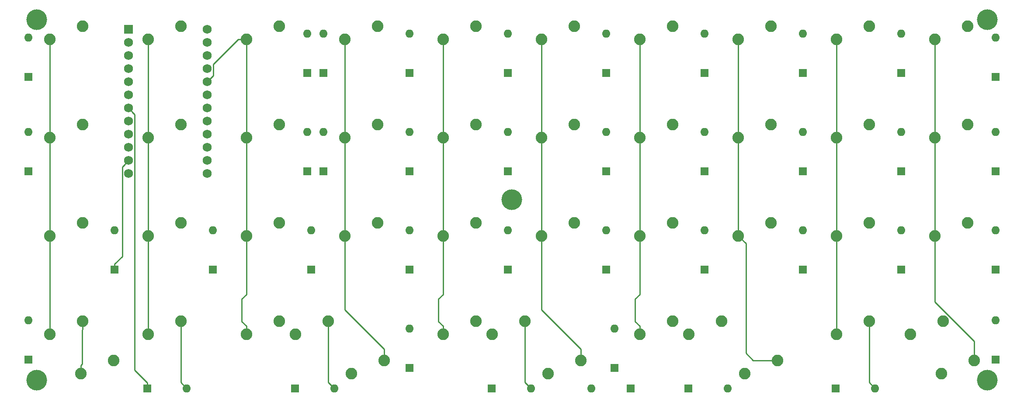
<source format=gbr>
G04 #@! TF.GenerationSoftware,KiCad,Pcbnew,(5.1.4)-1*
G04 #@! TF.CreationDate,2020-10-26T08:25:30-07:00*
G04 #@! TF.ProjectId,cheapcheep,63686561-7063-4686-9565-702e6b696361,rev?*
G04 #@! TF.SameCoordinates,Original*
G04 #@! TF.FileFunction,Copper,L1,Top*
G04 #@! TF.FilePolarity,Positive*
%FSLAX46Y46*%
G04 Gerber Fmt 4.6, Leading zero omitted, Abs format (unit mm)*
G04 Created by KiCad (PCBNEW (5.1.4)-1) date 2020-10-26 08:25:30*
%MOMM*%
%LPD*%
G04 APERTURE LIST*
%ADD10C,0.500000*%
%ADD11C,4.000000*%
%ADD12C,2.250000*%
%ADD13O,1.600000X1.600000*%
%ADD14R,1.600000X1.600000*%
%ADD15C,1.752600*%
%ADD16R,1.752600X1.752600*%
%ADD17C,0.250000*%
G04 APERTURE END LIST*
D10*
X115360000Y-54502500D03*
X113240000Y-54502500D03*
X113240000Y-56622500D03*
X115360000Y-56622500D03*
X114300000Y-54062500D03*
X114300000Y-57062500D03*
X112800000Y-55562500D03*
X115800000Y-55562500D03*
D11*
X114300000Y-55562500D03*
D10*
X23285000Y-19577500D03*
X21165000Y-19577500D03*
X21165000Y-21697500D03*
X23285000Y-21697500D03*
X22225000Y-19137500D03*
X22225000Y-22137500D03*
X20725000Y-20637500D03*
X23725000Y-20637500D03*
D11*
X22225000Y-20637500D03*
D10*
X207435000Y-19577500D03*
X205315000Y-19577500D03*
X205315000Y-21697500D03*
X207435000Y-21697500D03*
X206375000Y-19137500D03*
X206375000Y-22137500D03*
X204875000Y-20637500D03*
X207875000Y-20637500D03*
D11*
X206375000Y-20637500D03*
D12*
X197485000Y-89217500D03*
X203835000Y-86677500D03*
D10*
X207435000Y-89427500D03*
X205315000Y-89427500D03*
X205315000Y-91547500D03*
X207435000Y-91547500D03*
X206375000Y-88987500D03*
X206375000Y-91987500D03*
X204875000Y-90487500D03*
X207875000Y-90487500D03*
D11*
X206375000Y-90487500D03*
D10*
X23285000Y-89427500D03*
X21165000Y-89427500D03*
X21165000Y-91547500D03*
X23285000Y-91547500D03*
X22225000Y-88987500D03*
X22225000Y-91987500D03*
X20725000Y-90487500D03*
X23725000Y-90487500D03*
D11*
X22225000Y-90487500D03*
D12*
X145415000Y-79057500D03*
X139065000Y-81597500D03*
X83185000Y-89217500D03*
X89535000Y-86677500D03*
D13*
X207962500Y-78898750D03*
D14*
X207962500Y-86518750D03*
D13*
X184626250Y-92075000D03*
D14*
X177006250Y-92075000D03*
D13*
X156051250Y-92075000D03*
D14*
X148431250Y-92075000D03*
D13*
X134143750Y-80486250D03*
D14*
X134143750Y-88106250D03*
D13*
X129698750Y-92075000D03*
D14*
X137318750Y-92075000D03*
D13*
X117951250Y-92075000D03*
D14*
X110331250Y-92075000D03*
D13*
X94456250Y-80486250D03*
D14*
X94456250Y-88106250D03*
D13*
X79851250Y-92075000D03*
D14*
X72231250Y-92075000D03*
D13*
X51276250Y-92075000D03*
D14*
X43656250Y-92075000D03*
D13*
X20637500Y-78898750D03*
D14*
X20637500Y-86518750D03*
D13*
X207962500Y-61436250D03*
D14*
X207962500Y-69056250D03*
D13*
X189706250Y-61436250D03*
D14*
X189706250Y-69056250D03*
D13*
X170656250Y-61436250D03*
D14*
X170656250Y-69056250D03*
D13*
X151606250Y-61436250D03*
D14*
X151606250Y-69056250D03*
D13*
X132556250Y-61436250D03*
D14*
X132556250Y-69056250D03*
D13*
X113506250Y-61436250D03*
D14*
X113506250Y-69056250D03*
D13*
X94456250Y-61436250D03*
D14*
X94456250Y-69056250D03*
D13*
X75406250Y-61436250D03*
D14*
X75406250Y-69056250D03*
D13*
X56356250Y-61436250D03*
D14*
X56356250Y-69056250D03*
D13*
X37306250Y-61436250D03*
D14*
X37306250Y-69056250D03*
D13*
X207962500Y-42386250D03*
D14*
X207962500Y-50006250D03*
D13*
X189706250Y-42386250D03*
D14*
X189706250Y-50006250D03*
D13*
X170656250Y-42386250D03*
D14*
X170656250Y-50006250D03*
D13*
X151606250Y-42386250D03*
D14*
X151606250Y-50006250D03*
D13*
X132556250Y-42386250D03*
D14*
X132556250Y-50006250D03*
D13*
X113506250Y-42386250D03*
D14*
X113506250Y-50006250D03*
D13*
X94456250Y-42386250D03*
D14*
X94456250Y-50006250D03*
D13*
X77787500Y-42386250D03*
D14*
X77787500Y-50006250D03*
D13*
X74612500Y-42386250D03*
D14*
X74612500Y-50006250D03*
D13*
X20637500Y-42386250D03*
D14*
X20637500Y-50006250D03*
D13*
X207962500Y-24130000D03*
D14*
X207962500Y-31750000D03*
D13*
X189706250Y-23336250D03*
D14*
X189706250Y-30956250D03*
D13*
X170656250Y-23336250D03*
D14*
X170656250Y-30956250D03*
D13*
X151606250Y-23336250D03*
D14*
X151606250Y-30956250D03*
D13*
X132556250Y-23336250D03*
D14*
X132556250Y-30956250D03*
D13*
X113506250Y-23336250D03*
D14*
X113506250Y-30956250D03*
D13*
X94456250Y-23336250D03*
D14*
X94456250Y-30956250D03*
D13*
X77787500Y-23336250D03*
D14*
X77787500Y-30956250D03*
D13*
X74612500Y-23336250D03*
D14*
X74612500Y-30956250D03*
D13*
X20637500Y-24130000D03*
D14*
X20637500Y-31750000D03*
D12*
X83185000Y-89217500D03*
X89535000Y-86677500D03*
D15*
X55245000Y-22542500D03*
X40005000Y-50482500D03*
X55245000Y-25082500D03*
X55245000Y-27622500D03*
X55245000Y-30162500D03*
X55245000Y-32702500D03*
X55245000Y-35242500D03*
X55245000Y-37782500D03*
X55245000Y-40322500D03*
X55245000Y-42862500D03*
X55245000Y-45402500D03*
X55245000Y-47942500D03*
X55245000Y-50482500D03*
X40005000Y-47942500D03*
X40005000Y-45402500D03*
X40005000Y-42862500D03*
X40005000Y-40322500D03*
X40005000Y-37782500D03*
X40005000Y-35242500D03*
X40005000Y-32702500D03*
X40005000Y-30162500D03*
X40005000Y-27622500D03*
X40005000Y-25082500D03*
D16*
X40005000Y-22542500D03*
D12*
X145415000Y-79057500D03*
X139065000Y-81597500D03*
X197802500Y-79057500D03*
X191452500Y-81597500D03*
X154940000Y-79057500D03*
X148590000Y-81597500D03*
X116840000Y-79057500D03*
X110490000Y-81597500D03*
X78740000Y-79057500D03*
X72390000Y-81597500D03*
X30797500Y-89217500D03*
X37147500Y-86677500D03*
X183515000Y-79057500D03*
X177165000Y-81597500D03*
X159385000Y-89217500D03*
X165735000Y-86677500D03*
X121285000Y-89217500D03*
X127635000Y-86677500D03*
X107315000Y-79057500D03*
X100965000Y-81597500D03*
X69215000Y-79057500D03*
X62865000Y-81597500D03*
X50165000Y-79057500D03*
X43815000Y-81597500D03*
X31115000Y-79057500D03*
X24765000Y-81597500D03*
X116840000Y-79057500D03*
X110490000Y-81597500D03*
X202565000Y-60007500D03*
X196215000Y-62547500D03*
X183515000Y-60007500D03*
X177165000Y-62547500D03*
X164465000Y-60007500D03*
X158115000Y-62547500D03*
X145415000Y-60007500D03*
X139065000Y-62547500D03*
X126365000Y-60007500D03*
X120015000Y-62547500D03*
X107315000Y-60007500D03*
X100965000Y-62547500D03*
X88265000Y-60007500D03*
X81915000Y-62547500D03*
X69215000Y-60007500D03*
X62865000Y-62547500D03*
X50165000Y-60007500D03*
X43815000Y-62547500D03*
X31115000Y-60007500D03*
X24765000Y-62547500D03*
X202565000Y-40957500D03*
X196215000Y-43497500D03*
X183515000Y-40957500D03*
X177165000Y-43497500D03*
X164465000Y-40957500D03*
X158115000Y-43497500D03*
X145415000Y-40957500D03*
X139065000Y-43497500D03*
X126365000Y-40957500D03*
X120015000Y-43497500D03*
X107315000Y-40957500D03*
X100965000Y-43497500D03*
X88265000Y-40957500D03*
X81915000Y-43497500D03*
X69215000Y-40957500D03*
X62865000Y-43497500D03*
X50165000Y-40957500D03*
X43815000Y-43497500D03*
X31115000Y-40957500D03*
X24765000Y-43497500D03*
X202565000Y-21907500D03*
X196215000Y-24447500D03*
X183515000Y-21907500D03*
X177165000Y-24447500D03*
X164465000Y-21907500D03*
X158115000Y-24447500D03*
X145415000Y-21907500D03*
X139065000Y-24447500D03*
X126365000Y-21907500D03*
X120015000Y-24447500D03*
X107315000Y-21907500D03*
X100965000Y-24447500D03*
X88265000Y-21907500D03*
X81915000Y-24447500D03*
X69215000Y-21907500D03*
X62865000Y-24447500D03*
X50165000Y-21907500D03*
X43815000Y-24447500D03*
X31115000Y-21907500D03*
X24765000Y-24447500D03*
D17*
X39128701Y-48818799D02*
X40005000Y-47942500D01*
X38803699Y-49143801D02*
X39128701Y-48818799D01*
X38803699Y-66508801D02*
X38803699Y-49143801D01*
X37306250Y-68006250D02*
X38803699Y-66508801D01*
X37306250Y-69056250D02*
X37306250Y-68006250D01*
X31115000Y-80648490D02*
X31115000Y-79057500D01*
X31018599Y-80744891D02*
X31115000Y-80648490D01*
X31018599Y-87405411D02*
X31018599Y-80744891D01*
X30797500Y-87626510D02*
X31018599Y-87405411D01*
X30797500Y-89217500D02*
X30797500Y-87626510D01*
X41206301Y-38983801D02*
X40881299Y-38658799D01*
X41206301Y-88575051D02*
X41206301Y-38983801D01*
X40881299Y-38658799D02*
X40005000Y-37782500D01*
X43656250Y-91025000D02*
X41206301Y-88575051D01*
X43656250Y-92075000D02*
X43656250Y-91025000D01*
X50165000Y-90963750D02*
X51276250Y-92075000D01*
X50165000Y-79057500D02*
X50165000Y-90963750D01*
X78740000Y-90963750D02*
X79851250Y-92075000D01*
X78740000Y-79057500D02*
X78740000Y-90963750D01*
X116840000Y-90963750D02*
X117951250Y-92075000D01*
X116840000Y-79057500D02*
X116840000Y-90963750D01*
X183515000Y-90963750D02*
X184626250Y-92075000D01*
X183515000Y-79057500D02*
X183515000Y-90963750D01*
X24765000Y-24447500D02*
X24765000Y-43497500D01*
X24765000Y-45088490D02*
X24765000Y-62547500D01*
X24765000Y-43497500D02*
X24765000Y-45088490D01*
X24765000Y-62547500D02*
X24765000Y-81597500D01*
X43815000Y-81597500D02*
X43815000Y-62547500D01*
X43815000Y-62547500D02*
X43815000Y-43497500D01*
X43815000Y-43497500D02*
X43815000Y-24447500D01*
X62865000Y-26038490D02*
X62865000Y-43497500D01*
X62865000Y-24447500D02*
X62865000Y-26038490D01*
X62865000Y-43497500D02*
X62865000Y-62547500D01*
X62865000Y-80006510D02*
X62865000Y-81597500D01*
X61974849Y-74769427D02*
X61974849Y-79116359D01*
X62865000Y-73879276D02*
X61974849Y-74769427D01*
X61974849Y-79116359D02*
X62865000Y-80006510D01*
X62865000Y-62547500D02*
X62865000Y-73879276D01*
X56121299Y-31826201D02*
X55245000Y-32702500D01*
X56446301Y-31501199D02*
X56121299Y-31826201D01*
X56446301Y-29275209D02*
X56446301Y-31501199D01*
X61274010Y-24447500D02*
X56446301Y-29275209D01*
X62865000Y-24447500D02*
X61274010Y-24447500D01*
X81915000Y-24447500D02*
X81915000Y-43497500D01*
X81915000Y-45088490D02*
X81915000Y-62547500D01*
X81915000Y-43497500D02*
X81915000Y-45088490D01*
X89535000Y-85086510D02*
X89535000Y-86677500D01*
X89535000Y-84515526D02*
X89535000Y-85086510D01*
X81915000Y-76895526D02*
X89535000Y-84515526D01*
X81915000Y-62547500D02*
X81915000Y-76895526D01*
X100965000Y-26038490D02*
X100965000Y-43497500D01*
X100965000Y-24447500D02*
X100965000Y-26038490D01*
X100965000Y-43497500D02*
X100965000Y-62547500D01*
X100965000Y-80006510D02*
X100965000Y-81597500D01*
X100074849Y-79116359D02*
X100965000Y-80006510D01*
X100074849Y-74769427D02*
X100074849Y-79116359D01*
X100965000Y-73879276D02*
X100074849Y-74769427D01*
X100965000Y-62547500D02*
X100965000Y-73879276D01*
X120015000Y-26038490D02*
X120015000Y-43497500D01*
X120015000Y-24447500D02*
X120015000Y-26038490D01*
X120015000Y-43497500D02*
X120015000Y-62547500D01*
X127635000Y-85086510D02*
X127635000Y-86677500D01*
X127635000Y-84515526D02*
X127635000Y-85086510D01*
X120015000Y-76895526D02*
X127635000Y-84515526D01*
X120015000Y-62547500D02*
X120015000Y-76895526D01*
X139065000Y-80006510D02*
X139065000Y-81597500D01*
X138174849Y-79116359D02*
X139065000Y-80006510D01*
X138174849Y-74769427D02*
X138174849Y-79116359D01*
X139065000Y-73879276D02*
X138174849Y-74769427D01*
X139065000Y-62547500D02*
X139065000Y-73879276D01*
X139065000Y-45531498D02*
X139065000Y-43497500D01*
X139065000Y-62547500D02*
X139065000Y-45531498D01*
X139065000Y-43497500D02*
X139065000Y-24447500D01*
X158115000Y-24447500D02*
X158115000Y-43497500D01*
X158115000Y-43497500D02*
X158115000Y-62547500D01*
X164144010Y-86677500D02*
X165735000Y-86677500D01*
X161033026Y-86677500D02*
X164144010Y-86677500D01*
X159606099Y-85250573D02*
X161033026Y-86677500D01*
X159606099Y-64038599D02*
X159606099Y-85250573D01*
X158115000Y-62547500D02*
X159606099Y-64038599D01*
X177165000Y-64581498D02*
X177165000Y-62547500D01*
X177165000Y-81597500D02*
X177165000Y-64581498D01*
X177165000Y-62547500D02*
X177165000Y-43497500D01*
X177165000Y-43497500D02*
X177165000Y-24447500D01*
X196215000Y-26038490D02*
X196215000Y-43497500D01*
X196215000Y-24447500D02*
X196215000Y-26038490D01*
X196215000Y-43497500D02*
X196215000Y-62547500D01*
X203835000Y-85086510D02*
X203835000Y-86677500D01*
X203835000Y-82943998D02*
X203835000Y-85086510D01*
X196215000Y-75323998D02*
X203835000Y-82943998D01*
X196215000Y-62547500D02*
X196215000Y-75323998D01*
M02*

</source>
